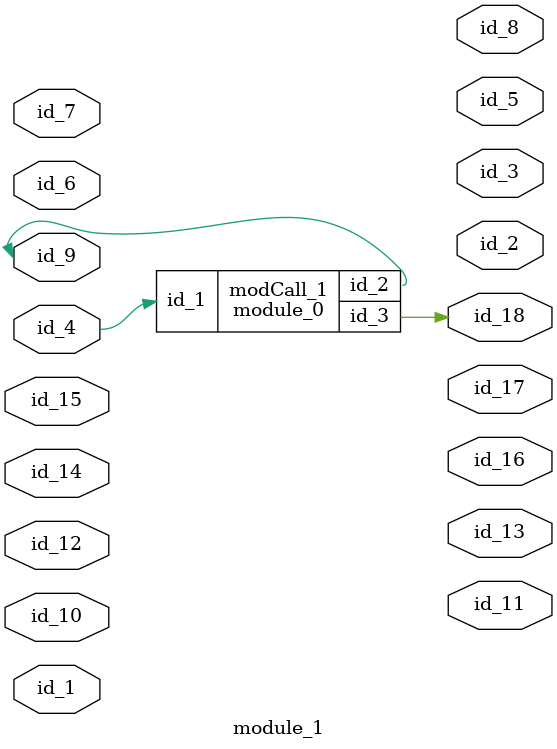
<source format=v>
module module_0 (
    id_1,
    id_2,
    id_3
);
  output wire id_3;
  inout wire id_2;
  input wire id_1;
  wire id_4;
  wire id_5;
  wire id_6;
endmodule
module module_1 (
    id_1,
    id_2,
    id_3,
    id_4,
    id_5,
    id_6,
    id_7,
    id_8,
    id_9,
    id_10,
    id_11,
    id_12,
    id_13,
    id_14,
    id_15,
    id_16,
    id_17,
    id_18
);
  output wire id_18;
  output wire id_17;
  output wire id_16;
  inout wire id_15;
  inout wire id_14;
  output wire id_13;
  input wire id_12;
  output wire id_11;
  input wire id_10;
  inout wire id_9;
  output wire id_8;
  input wire id_7;
  input wire id_6;
  output wire id_5;
  input wire id_4;
  output wire id_3;
  output wire id_2;
  inout wire id_1;
  module_0 modCall_1 (
      id_4,
      id_9,
      id_18
  );
endmodule

</source>
